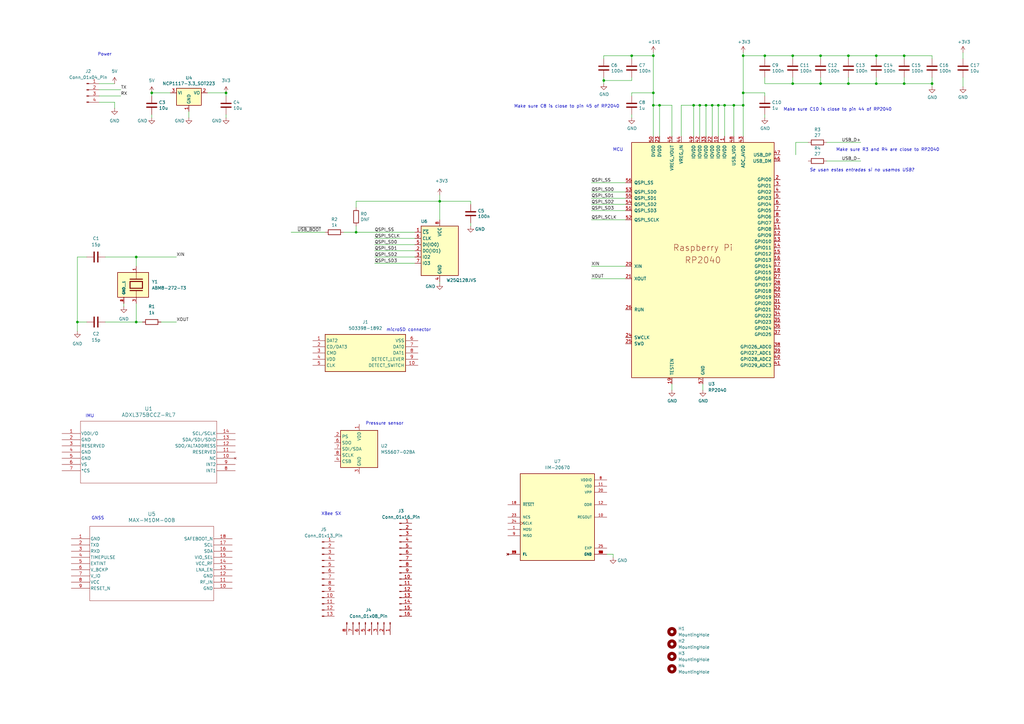
<source format=kicad_sch>
(kicad_sch (version 20250114) (generator "eeschema") (generator_version "9.0")
  (paper "A3")
  (lib_symbols
    (symbol "+3V3_1" (power) (pin_names (offset 0))
      (property "Value" "+3V3" (at 0 3.556 0))
      (symbol "+3V3_1_1_1"
        (pin power_in line (at 0 0 90) (length 0) (hide yes) (name "+3V3") (number "1"))
      )
    )
    (symbol "+3V3_2" (power) (pin_names (offset 0))
      (property "Value" "+3V3" (at 0 3.556 0))
      (symbol "+3V3_2_1_1"
        (pin power_in line (at 0 0 90) (length 0) (hide yes) (name "+3V3") (number "1"))
      )
    )
    (symbol "+3V3_8" (power) (pin_names (offset 0))
      (property "Value" "+3V3" (at 0 3.556 0))
      (symbol "+3V3_8_1_1"
        (pin power_in line (at 0 0 90) (length 0) (hide yes) (name "+3V3") (number "1"))
      )
    )
    (symbol "503398-1892:503398-1892"
      (property "Reference" "J" (at 39.37 7.62 0))
      (property "Value" "503398-1892" (at 39.37 5.08 0))
      (symbol "503398-1892_1_1"
        (pin passive line (at 0 0 0) (length 5.08) (name "DAT2") (number "1"))
        (pin passive line (at 0 -2.54 0) (length 5.08) (name "CD/DAT3") (number "2"))
        (pin passive line (at 0 -5.08 0) (length 5.08) (name "CMD") (number "3"))
        (pin passive line (at 0 -7.62 0) (length 5.08) (name "VDD") (number "4"))
        (pin passive line (at 0 -10.16 0) (length 5.08) (name "CLK") (number "5"))
        (pin passive line (at 43.18 0 180) (length 5.08) (name "VSS") (number "6"))
        (pin passive line (at 43.18 -2.54 180) (length 5.08) (name "DAT0") (number "7"))
        (pin passive line (at 43.18 -5.08 180) (length 5.08) (name "DAT1") (number "8"))
        (pin passive line (at 43.18 -7.62 180) (length 5.08) (name "DETECT_LEVER") (number "9"))
        (pin passive line (at 43.18 -10.16 180) (length 5.08) (name "DETECT_SWITCH") (number "10"))
      )
    )
    (symbol "ABM8-272-T3:ABM8-272-T3" (pin_names (offset 1.016))
      (property "Reference" "Y" (at -5.0878 6.3559 0))
      (property "Value" "ABM8-272-T3" (at -5.0944 -10.16 0))
      (symbol "ABM8-272-T3_0_0"
        (pin passive line (at -7.62 0 0) (length 2.54) (name "~") (number "1"))
        (pin passive line (at 7.62 0 180) (length 2.54) (name "~") (number "3"))
        (pin power_in line (at 7.62 -5.08 180) (length 2.54) (name "GND") (number "2"))
        (pin power_in line (at 7.62 -5.08 180) (length 2.54) (name "GND__1") (number "4"))
      )
    )
    (symbol "ADXL375BCCZ-RL7:ADXL375BCCZ-RL7" (pin_names (offset 0.254))
      (property "Reference" "U" (at 35.56 10.16 0))
      (property "Value" "ADXL375BCCZ-RL7" (at 35.56 7.62 0))
      (symbol "ADXL375BCCZ-RL7_0_1"
        (pin power_in line (at 0 0 0) (length 7.62) (name "VDDI/O") (number "1"))
        (pin power_out line (at 0 -2.54 0) (length 7.62) (name "GND") (number "2"))
        (pin unspecified line (at 0 -5.08 0) (length 7.62) (name "RESERVED") (number "3"))
        (pin power_out line (at 0 -7.62 0) (length 7.62) (name "GND") (number "4"))
        (pin power_out line (at 0 -10.16 0) (length 7.62) (name "GND") (number "5"))
        (pin unspecified line (at 0 -12.7 0) (length 7.62) (name "VS") (number "6"))
        (pin unspecified line (at 0 -15.24 0) (length 7.62) (name "*CS") (number "7"))
        (pin unspecified line (at 71.12 0 180) (length 7.62) (name "SCL/SCLK") (number "14"))
        (pin unspecified line (at 71.12 -2.54 180) (length 7.62) (name "SDA/SDI/SDIO") (number "13"))
        (pin unspecified line (at 71.12 -5.08 180) (length 7.62) (name "SDO/ALTADDRESS") (number "12"))
        (pin unspecified line (at 71.12 -7.62 180) (length 7.62) (name "RESERVED") (number "11"))
        (pin no_connect line (at 71.12 -10.16 180) (length 7.62) (name "NC") (number "10"))
        (pin bidirectional line (at 71.12 -12.7 180) (length 7.62) (name "INT2") (number "9"))
        (pin bidirectional line (at 71.12 -15.24 180) (length 7.62) (name "INT1") (number "8"))
      )
    )
    (symbol "Connector:Conn_01x04_Pin" (pin_names (offset 1.016) (hide yes))
      (property "Reference" "J" (at 0 5.08 0))
      (property "Value" "Conn_01x04_Pin" (at 0 -7.62 0))
      (symbol "Conn_01x04_Pin_1_1"
        (pin passive line (at 5.08 2.54 180) (length 3.81) (name "Pin_1") (number "1"))
        (pin passive line (at 5.08 0 180) (length 3.81) (name "Pin_2") (number "2"))
        (pin passive line (at 5.08 -2.54 180) (length 3.81) (name "Pin_3") (number "3"))
        (pin passive line (at 5.08 -5.08 180) (length 3.81) (name "Pin_4") (number "4"))
      )
    )
    (symbol "Connector:Conn_01x08_Pin" (pin_names (offset 1.016) (hide yes))
      (property "Reference" "J" (at 0 10.16 0))
      (property "Value" "Conn_01x08_Pin" (at 0 -12.7 0))
      (symbol "Conn_01x08_Pin_1_1"
        (pin passive line (at 5.08 7.62 180) (length 3.81) (name "Pin_1") (number "1"))
        (pin passive line (at 5.08 5.08 180) (length 3.81) (name "Pin_2") (number "2"))
        (pin passive line (at 5.08 2.54 180) (length 3.81) (name "Pin_3") (number "3"))
        (pin passive line (at 5.08 0 180) (length 3.81) (name "Pin_4") (number "4"))
        (pin passive line (at 5.08 -2.54 180) (length 3.81) (name "Pin_5") (number "5"))
        (pin passive line (at 5.08 -5.08 180) (length 3.81) (name "Pin_6") (number "6"))
        (pin passive line (at 5.08 -7.62 180) (length 3.81) (name "Pin_7") (number "7"))
        (pin passive line (at 5.08 -10.16 180) (length 3.81) (name "Pin_8") (number "8"))
      )
    )
    (symbol "Connector:Conn_01x13_Pin" (pin_names (offset 1.016) (hide yes))
      (property "Reference" "J" (at 0 17.78 0))
      (property "Value" "Conn_01x13_Pin" (at 0 -17.78 0))
      (symbol "Conn_01x13_Pin_1_1"
        (pin passive line (at 5.08 15.24 180) (length 3.81) (name "Pin_1") (number "1"))
        (pin passive line (at 5.08 12.7 180) (length 3.81) (name "Pin_2") (number "2"))
        (pin passive line (at 5.08 10.16 180) (length 3.81) (name "Pin_3") (number "3"))
        (pin passive line (at 5.08 7.62 180) (length 3.81) (name "Pin_4") (number "4"))
        (pin passive line (at 5.08 5.08 180) (length 3.81) (name "Pin_5") (number "5"))
        (pin passive line (at 5.08 2.54 180) (length 3.81) (name "Pin_6") (number "6"))
        (pin passive line (at 5.08 0 180) (length 3.81) (name "Pin_7") (number "7"))
        (pin passive line (at 5.08 -2.54 180) (length 3.81) (name "Pin_8") (number "8"))
        (pin passive line (at 5.08 -5.08 180) (length 3.81) (name "Pin_9") (number "9"))
        (pin passive line (at 5.08 -7.62 180) (length 3.81) (name "Pin_10") (number "10"))
        (pin passive line (at 5.08 -10.16 180) (length 3.81) (name "Pin_11") (number "11"))
        (pin passive line (at 5.08 -12.7 180) (length 3.81) (name "Pin_12") (number "12"))
        (pin passive line (at 5.08 -15.24 180) (length 3.81) (name "Pin_13") (number "13"))
      )
    )
    (symbol "Connector:Conn_01x16_Pin" (pin_names (offset 1.016) (hide yes))
      (property "Reference" "J" (at 0 20.32 0))
      (property "Value" "Conn_01x16_Pin" (at 0 -22.86 0))
      (symbol "Conn_01x16_Pin_1_1"
        (pin passive line (at 5.08 17.78 180) (length 3.81) (name "Pin_1") (number "1"))
        (pin passive line (at 5.08 15.24 180) (length 3.81) (name "Pin_2") (number "2"))
        (pin passive line (at 5.08 12.7 180) (length 3.81) (name "Pin_3") (number "3"))
        (pin passive line (at 5.08 10.16 180) (length 3.81) (name "Pin_4") (number "4"))
        (pin passive line (at 5.08 7.62 180) (length 3.81) (name "Pin_5") (number "5"))
        (pin passive line (at 5.08 5.08 180) (length 3.81) (name "Pin_6") (number "6"))
        (pin passive line (at 5.08 2.54 180) (length 3.81) (name "Pin_7") (number "7"))
        (pin passive line (at 5.08 0 180) (length 3.81) (name "Pin_8") (number "8"))
        (pin passive line (at 5.08 -2.54 180) (length 3.81) (name "Pin_9") (number "9"))
        (pin passive line (at 5.08 -5.08 180) (length 3.81) (name "Pin_10") (number "10"))
        (pin passive line (at 5.08 -7.62 180) (length 3.81) (name "Pin_11") (number "11"))
        (pin passive line (at 5.08 -10.16 180) (length 3.81) (name "Pin_12") (number "12"))
        (pin passive line (at 5.08 -12.7 180) (length 3.81) (name "Pin_13") (number "13"))
        (pin passive line (at 5.08 -15.24 180) (length 3.81) (name "Pin_14") (number "14"))
        (pin passive line (at 5.08 -17.78 180) (length 3.81) (name "Pin_15") (number "15"))
        (pin passive line (at 5.08 -20.32 180) (length 3.81) (name "Pin_16") (number "16"))
      )
    )
    (symbol "Device:C" (pin_numbers (hide yes)) (pin_names (offset 0.254))
      (property "Reference" "C" (at 0.635 2.54 0))
      (property "Value" "C" (at 0.635 -2.54 0))
      (symbol "C_1_1"
        (pin passive line (at 0 3.81 270) (length 2.794) (name "~") (number "1"))
        (pin passive line (at 0 -3.81 90) (length 2.794) (name "~") (number "2"))
      )
    )
    (symbol "Device:R" (pin_numbers (hide yes)) (pin_names (offset 0))
      (property "Reference" "R" (at 2.032 0 90))
      (property "Value" "R" (at 0 0 90))
      (symbol "R_1_1"
        (pin passive line (at 0 3.81 270) (length 1.27) (name "~") (number "1"))
        (pin passive line (at 0 -3.81 90) (length 1.27) (name "~") (number "2"))
      )
    )
    (symbol "GND_1" (power) (pin_names (offset 0))
      (property "Value" "GND" (at 0 -3.81 0))
      (symbol "GND_1_1_1"
        (pin power_in line (at 0 0 270) (length 0) (hide yes) (name "GND") (number "1"))
      )
    )
    (symbol "GND_10" (power) (pin_names (offset 0))
      (property "Value" "GND" (at 0 -3.81 0))
      (symbol "GND_10_1_1"
        (pin power_in line (at 0 0 270) (length 0) (hide yes) (name "GND") (number "1"))
      )
    )
    (symbol "GND_12" (power) (pin_names (offset 0))
      (property "Value" "GND" (at 0 -3.81 0))
      (symbol "GND_12_1_1"
        (pin power_in line (at 0 0 270) (length 0) (hide yes) (name "GND") (number "1"))
      )
    )
    (symbol "GND_13" (power) (pin_names (offset 0))
      (property "Value" "GND" (at 0 -3.81 0))
      (symbol "GND_13_1_1"
        (pin power_in line (at 0 0 270) (length 0) (hide yes) (name "GND") (number "1"))
      )
    )
    (symbol "GND_14" (power) (pin_names (offset 0))
      (property "Value" "GND" (at 0 -3.81 0))
      (symbol "GND_14_1_1"
        (pin power_in line (at 0 0 270) (length 0) (hide yes) (name "GND") (number "1"))
      )
    )
    (symbol "GND_19" (power) (pin_names (offset 0))
      (property "Value" "GND" (at 0 -3.81 0))
      (symbol "GND_19_1_1"
        (pin power_in line (at 0 0 270) (length 0) (hide yes) (name "GND") (number "1"))
      )
    )
    (symbol "GND_2" (power) (pin_names (offset 0))
      (property "Value" "GND" (at 0 -3.81 0))
      (symbol "GND_2_1_1"
        (pin power_in line (at 0 0 270) (length 0) (hide yes) (name "GND") (number "1"))
      )
    )
    (symbol "GND_3" (power) (pin_names (offset 0))
      (property "Value" "GND" (at 0 -3.81 0))
      (symbol "GND_3_1_1"
        (pin power_in line (at 0 0 270) (length 0) (hide yes) (name "GND") (number "1"))
      )
    )
    (symbol "GND_4" (power) (pin_names (offset 0))
      (property "Value" "GND" (at 0 -3.81 0))
      (symbol "GND_4_1_1"
        (pin power_in line (at 0 0 270) (length 0) (hide yes) (name "GND") (number "1"))
      )
    )
    (symbol "GND_7" (power) (pin_names (offset 0))
      (property "Value" "GND" (at 0 -3.81 0))
      (symbol "GND_7_1_1"
        (pin power_in line (at 0 0 270) (length 0) (hide yes) (name "GND") (number "1"))
      )
    )
    (symbol "GND_8" (power) (pin_names (offset 0))
      (property "Value" "GND" (at 0 -3.81 0))
      (symbol "GND_8_1_1"
        (pin power_in line (at 0 0 270) (length 0) (hide yes) (name "GND") (number "1"))
      )
    )
    (symbol "GND_9" (power) (pin_names (offset 0))
      (property "Value" "GND" (at 0 -3.81 0))
      (symbol "GND_9_1_1"
        (pin power_in line (at 0 0 270) (length 0) (hide yes) (name "GND") (number "1"))
      )
    )
    (symbol "IIM-20670:IIM-20670" (pin_names (offset 1.016))
      (property "Reference" "U" (at -15.24 18.542 0))
      (property "Value" "IIM-20670" (at -15.24 -20.32 0))
      (symbol "IIM-20670_0_0"
        (pin input line (at -20.32 5.08 0) (length 5.08) (name "~{RESET}") (number "18"))
        (pin input line (at -20.32 0 0) (length 5.08) (name "NCS") (number "23"))
        (pin input clock (at -20.32 -2.54 0) (length 5.08) (name "SCLK") (number "24"))
        (pin input line (at -20.32 -5.08 0) (length 5.08) (name "MOSI") (number "1"))
        (pin output line (at -20.32 -7.62 0) (length 5.08) (name "MISO") (number "9"))
        (pin no_connect line (at -20.32 -15.24 0) (length 5.08) (name "FL") (number "13"))
        (pin no_connect line (at -20.32 -15.24 0) (length 5.08) (name "FL") (number "19"))
        (pin no_connect line (at -20.32 -15.24 0) (length 5.08) (name "FL") (number "21"))
        (pin no_connect line (at -20.32 -15.24 0) (length 5.08) (name "FL") (number "6"))
        (pin power_in line (at 20.32 15.24 180) (length 5.08) (name "VDDIO") (number "8"))
        (pin power_in line (at 20.32 12.7 180) (length 5.08) (name "VDD") (number "11"))
        (pin power_in line (at 20.32 10.16 180) (length 5.08) (name "VPP") (number "20"))
        (pin output line (at 20.32 5.08 180) (length 5.08) (name "ODR") (number "12"))
        (pin passive line (at 20.32 0 180) (length 5.08) (name "REGOUT") (number "10"))
        (pin power_in line (at 20.32 -12.7 180) (length 5.08) (name "EXP") (number "25"))
        (pin power_in line (at 20.32 -15.24 180) (length 5.08) (name "GND") (number "14"))
        (pin power_in line (at 20.32 -15.24 180) (length 5.08) (name "GND") (number "15"))
        (pin power_in line (at 20.32 -15.24 180) (length 5.08) (name "GND") (number "16"))
        (pin power_in line (at 20.32 -15.24 180) (length 5.08) (name "GND") (number "17"))
        (pin power_in line (at 20.32 -15.24 180) (length 5.08) (name "GND") (number "2"))
        (pin power_in line (at 20.32 -15.24 180) (length 5.08) (name "GND") (number "22"))
        (pin power_in line (at 20.32 -15.24 180) (length 5.08) (name "GND") (number "3"))
        (pin power_in line (at 20.32 -15.24 180) (length 5.08) (name "GND") (number "4"))
        (pin power_in line (at 20.32 -15.24 180) (length 5.08) (name "GND") (number "5"))
        (pin power_in line (at 20.32 -15.24 180) (length 5.08) (name "GND") (number "7"))
      )
    )
    (symbol "Mechanical:MountingHole" (pin_names (offset 1.016)) (in_bom no)
      (property "Reference" "H" (at 0 5.08 0))
      (property "Value" "MountingHole" (at 0 3.175 0))
    )
    (symbol "Memory_Flash:W25Q128JVS"
      (property "Reference" "U" (at -8.89 8.89 0))
      (property "Value" "W25Q128JVS" (at 7.62 8.89 0))
      (symbol "W25Q128JVS_1_1"
        (pin input line (at -10.16 7.62 0) (length 2.54) (name "~{CS}") (number "1"))
        (pin input line (at -10.16 5.08 0) (length 2.54) (name "CLK") (number "6"))
        (pin bidirectional line (at -10.16 2.54 0) (length 2.54) (name "DI(IO0)") (number "5"))
        (pin bidirectional line (at -10.16 0 0) (length 2.54) (name "DO(IO1)") (number "2"))
        (pin bidirectional line (at -10.16 -2.54 0) (length 2.54) (name "IO2") (number "3"))
        (pin bidirectional line (at -10.16 -5.08 0) (length 2.54) (name "IO3") (number "7"))
        (pin power_in line (at 0 12.7 270) (length 2.54) (name "VCC") (number "8"))
        (pin power_in line (at 0 -12.7 90) (length 2.54) (name "GND") (number "4"))
      )
    )
    (symbol "RP2040_minimal_r2-cache:MCU_RaspberryPi_RP2040_RP2040" (pin_names (offset 1.016))
      (property "Reference" "U" (at -29.21 49.53 0))
      (property "Value" "MCU_RaspberryPi_RP2040_RP2040" (at 24.13 -49.53 0))
      (symbol "MCU_RaspberryPi_RP2040_RP2040_0_0"
        (text "Raspberry Pi" (at 0 5.08 0) (effects (font (size 2.54 2.54))))
        (text "RP2040" (at 0 0 0) (effects (font (size 2.54 2.54))))
      )
      (symbol "MCU_RaspberryPi_RP2040_RP2040_1_1"
        (pin bidirectional line (at -31.75 31.75 0) (length 2.54) (name "QSPI_SS") (number "56"))
        (pin bidirectional line (at -31.75 27.94 0) (length 2.54) (name "QSPI_SD0") (number "53"))
        (pin bidirectional line (at -31.75 25.4 0) (length 2.54) (name "QSPI_SD1") (number "55"))
        (pin bidirectional line (at -31.75 22.86 0) (length 2.54) (name "QSPI_SD2") (number "54"))
        (pin bidirectional line (at -31.75 20.32 0) (length 2.54) (name "QSPI_SD3") (number "51"))
        (pin output line (at -31.75 16.51 0) (length 2.54) (name "QSPI_SCLK") (number "52"))
        (pin input line (at -31.75 -2.54 0) (length 2.54) (name "XIN") (number "20"))
        (pin passive line (at -31.75 -7.62 0) (length 2.54) (name "XOUT") (number "21"))
        (pin input line (at -31.75 -20.32 0) (length 2.54) (name "RUN") (number "26"))
        (pin output line (at -31.75 -31.75 0) (length 2.54) (name "SWCLK") (number "24"))
        (pin bidirectional line (at -31.75 -34.29 0) (length 2.54) (name "SWD") (number "25"))
        (pin power_in line (at -20.32 50.8 270) (length 2.54) (name "DVDD") (number "50"))
        (pin power_in line (at -17.78 50.8 270) (length 2.54) (name "DVDD") (number "23"))
        (pin power_out line (at -12.7 50.8 270) (length 2.54) (name "VREG_VOUT") (number "45"))
        (pin passive line (at -12.7 -50.8 90) (length 2.54) (name "TESTEN") (number "19"))
        (pin power_in line (at -8.89 50.8 270) (length 2.54) (name "VREG_IN") (number "44"))
        (pin power_in line (at -3.81 50.8 270) (length 2.54) (name "IOVDD") (number "49"))
        (pin power_in line (at -1.27 50.8 270) (length 2.54) (name "IOVDD") (number "42"))
        (pin power_in line (at 0 -50.8 90) (length 2.54) (name "GND") (number "57"))
        (pin power_in line (at 1.27 50.8 270) (length 2.54) (name "IOVDD") (number "33"))
        (pin power_in line (at 3.81 50.8 270) (length 2.54) (name "IOVDD") (number "22"))
        (pin power_in line (at 6.35 50.8 270) (length 2.54) (name "IOVDD") (number "10"))
        (pin power_in line (at 8.89 50.8 270) (length 2.54) (name "IOVDD") (number "1"))
        (pin power_in line (at 12.7 50.8 270) (length 2.54) (name "USB_VDD") (number "48"))
        (pin power_in line (at 16.51 50.8 270) (length 2.54) (name "ADC_AVDD") (number "43"))
        (pin bidirectional line (at 31.75 43.18 180) (length 2.54) (name "USB_DP") (number "47"))
        (pin bidirectional line (at 31.75 40.64 180) (length 2.54) (name "USB_DM") (number "46"))
        (pin bidirectional line (at 31.75 33.02 180) (length 2.54) (name "GPIO0") (number "2"))
        (pin bidirectional line (at 31.75 30.48 180) (length 2.54) (name "GPIO1") (number "3"))
        (pin bidirectional line (at 31.75 27.94 180) (length 2.54) (name "GPIO2") (number "4"))
        (pin bidirectional line (at 31.75 25.4 180) (length 2.54) (name "GPIO3") (number "5"))
        (pin bidirectional line (at 31.75 22.86 180) (length 2.54) (name "GPIO4") (number "6"))
        (pin bidirectional line (at 31.75 20.32 180) (length 2.54) (name "GPIO5") (number "7"))
        (pin bidirectional line (at 31.75 17.78 180) (length 2.54) (name "GPIO6") (number "8"))
        (pin bidirectional line (at 31.75 15.24 180) (length 2.54) (name "GPIO7") (number "9"))
        (pin bidirectional line (at 31.75 12.7 180) (length 2.54) (name "GPIO8") (number "11"))
        (pin bidirectional line (at 31.75 10.16 180) (length 2.54) (name "GPIO9") (number "12"))
        (pin bidirectional line (at 31.75 7.62 180) (length 2.54) (name "GPIO10") (number "13"))
        (pin bidirectional line (at 31.75 5.08 180) (length 2.54) (name "GPIO11") (number "14"))
        (pin bidirectional line (at 31.75 2.54 180) (length 2.54) (name "GPIO12") (number "15"))
        (pin bidirectional line (at 31.75 0 180) (length 2.54) (name "GPIO13") (number "16"))
        (pin bidirectional line (at 31.75 -2.54 180) (length 2.54) (name "GPIO14") (number "17"))
        (pin bidirectional line (at 31.75 -5.08 180) (length 2.54) (name "GPIO15") (number "18"))
        (pin bidirectional line (at 31.75 -7.62 180) (length 2.54) (name "GPIO16") (number "27"))
        (pin bidirectional line (at 31.75 -10.16 180) (length 2.54) (name "GPIO17") (number "28"))
        (pin bidirectional line (at 31.75 -12.7 180) (length 2.54) (name "GPIO18") (number "29"))
        (pin bidirectional line (at 31.75 -15.24 180) (length 2.54) (name "GPIO19") (number "30"))
        (pin bidirectional line (at 31.75 -17.78 180) (length 2.54) (name "GPIO20") (number "31"))
        (pin bidirectional line (at 31.75 -20.32 180) (length 2.54) (name "GPIO21") (number "32"))
        (pin bidirectional line (at 31.75 -22.86 180) (length 2.54) (name "GPIO22") (number "34"))
        (pin bidirectional line (at 31.75 -25.4 180) (length 2.54) (name "GPIO23") (number "35"))
        (pin bidirectional line (at 31.75 -27.94 180) (length 2.54) (name "GPIO24") (number "36"))
        (pin bidirectional line (at 31.75 -30.48 180) (length 2.54) (name "GPIO25") (number "37"))
        (pin bidirectional line (at 31.75 -35.56 180) (length 2.54) (name "GPIO26_ADC0") (number "38"))
        (pin bidirectional line (at 31.75 -38.1 180) (length 2.54) (name "GPIO27_ADC1") (number "39"))
        (pin bidirectional line (at 31.75 -40.64 180) (length 2.54) (name "GPIO28_ADC2") (number "40"))
        (pin bidirectional line (at 31.75 -43.18 180) (length 2.54) (name "GPIO29_ADC3") (number "41"))
      )
    )
    (symbol "Regulator_Linear:NCP1117-3.3_SOT223"
      (property "Reference" "U" (at -3.81 3.175 0))
      (property "Value" "NCP1117-3.3_SOT223" (at 0 3.175 0))
      (symbol "NCP1117-3.3_SOT223_1_1"
        (pin power_in line (at -7.62 0 0) (length 2.54) (name "VI") (number "3"))
        (pin power_in line (at 0 -7.62 90) (length 2.54) (name "GND") (number "1"))
        (pin power_out line (at 7.62 0 180) (length 2.54) (name "VO") (number "2"))
      )
    )
    (symbol "Sensor_Pressure:MS5607-02BA"
      (property "Reference" "U" (at -6.35 8.89 0))
      (property "Value" "MS5607-02BA" (at 7.62 8.89 0))
      (symbol "MS5607-02BA_1_1"
        (pin input line (at -10.16 5.08 0) (length 2.54) (name "PS") (number "2"))
        (pin output line (at -10.16 2.54 0) (length 2.54) (name "SDO") (number "6"))
        (pin bidirectional line (at -10.16 0 0) (length 2.54) (name "SDI/SDA") (number "7"))
        (pin input line (at -10.16 -2.54 0) (length 2.54) (name "SCLK") (number "8"))
        (pin input line (at -10.16 -5.08 0) (length 2.54) (name "CSB") (number "4"))
        (pin input line (at -10.16 -5.08 0) (length 2.54) (hide yes) (name "CSB") (number "5"))
        (pin power_in line (at 0 10.16 270) (length 2.54) (name "VDD") (number "1"))
        (pin power_in line (at 0 -10.16 90) (length 2.54) (name "GND") (number "3"))
      )
    )
    (symbol "TCLib:C" (pin_numbers (hide yes)) (pin_names (offset 0.254))
      (property "Reference" "C" (at 0.635 2.54 0))
      (property "Value" "C" (at 0.635 -2.54 0))
      (symbol "C_1_1"
        (pin passive line (at 0 3.81 270) (length 2.794) (name "~") (number "1"))
        (pin passive line (at 0 -3.81 90) (length 2.794) (name "~") (number "2"))
      )
    )
    (symbol "TCLib:R" (pin_numbers (hide yes)) (pin_names (offset 0))
      (property "Reference" "R" (at 0 0 90))
      (property "Value" "R" (at 2.286 0 90))
      (symbol "R_1_1"
        (pin passive line (at 0 3.81 270) (length 1.27) (name "~") (number "1"))
        (pin passive line (at 0 -3.81 90) (length 1.27) (name "~") (number "2"))
      )
    )
    (symbol "power:+1V1" (power) (pin_names (offset 0))
      (property "Value" "+1V1" (at 0 3.556 0))
      (symbol "+1V1_1_1"
        (pin power_in line (at 0 0 90) (length 0) (hide yes) (name "+1V1") (number "1"))
      )
    )
    (symbol "power:GND" (power) (pin_numbers (hide yes)) (pin_names (offset 0) (hide yes))
      (property "Value" "GND" (at 0 -3.81 0))
      (symbol "GND_1_1"
        (pin power_in line (at 0 0 270) (length 0) (name "~") (number "1"))
      )
    )
    (symbol "power:VCC" (power) (pin_numbers (hide yes)) (pin_names (offset 0) (hide yes))
      (property "Value" "VCC" (at 0 3.556 0))
      (symbol "VCC_1_1"
        (pin power_in line (at 0 0 90) (length 0) (name "~") (number "1"))
      )
    )
    (symbol "u-blox_MAX-M10:MAX-M10M-00B" (pin_names (offset 0.254))
      (property "Reference" "U" (at 33.02 10.16 0))
      (property "Value" "MAX-M10M-00B" (at 33.02 7.62 0))
      (symbol "MAX-M10M-00B_0_1"
        (pin power_out line (at 0 0 0) (length 7.62) (name "GND") (number "1"))
        (pin output line (at 0 -2.54 0) (length 7.62) (name "TXD") (number "2"))
        (pin input line (at 0 -5.08 0) (length 7.62) (name "RXD") (number "3"))
        (pin output line (at 0 -7.62 0) (length 7.62) (name "TIMEPULSE") (number "4"))
        (pin input line (at 0 -10.16 0) (length 7.62) (name "EXTINT") (number "5"))
        (pin power_in line (at 0 -12.7 0) (length 7.62) (name "V_BCKP") (number "6"))
        (pin power_in line (at 0 -15.24 0) (length 7.62) (name "V_IO") (number "7"))
        (pin power_in line (at 0 -17.78 0) (length 7.62) (name "VCC") (number "8"))
        (pin input line (at 0 -20.32 0) (length 7.62) (name "RESET_N") (number "9"))
        (pin input line (at 66.04 0 180) (length 7.62) (name "SAFEBOOT_N") (number "18"))
        (pin input line (at 66.04 -2.54 180) (length 7.62) (name "SCL") (number "17"))
        (pin bidirectional line (at 66.04 -5.08 180) (length 7.62) (name "SDA") (number "16"))
        (pin input line (at 66.04 -7.62 180) (length 7.62) (name "VIO_SEL") (number "15"))
        (pin output line (at 66.04 -10.16 180) (length 7.62) (name "VCC_RF") (number "14"))
        (pin output line (at 66.04 -12.7 180) (length 7.62) (name "LNA_EN") (number "13"))
        (pin power_out line (at 66.04 -15.24 180) (length 7.62) (name "GND") (number "12"))
        (pin input line (at 66.04 -17.78 180) (length 7.62) (name "RF_IN") (number "11"))
        (pin power_out line (at 66.04 -20.32 180) (length 7.62) (name "GND") (number "10"))
      )
    )
  )
  (text "microSD connector\n" (at 167.64 135.382 0) (effects (font (size 1.27 1.27))))
  (text "Make sure C8 is close to pin 45 of RP2040" (at 210.82 44.45 0) (effects (font (size 1.27 1.27)) (justify left bottom)))
  (text "MCU" (at 253.492 61.468 0) (effects (font (size 1.27 1.27))))
  (text "IMU" (at 36.83 170.688 0) (effects (font (size 1.27 1.27))))
  (text "Make sure C10 is close to pin 44 of RP2040" (at 321.31 45.72 0) (effects (font (size 1.27 1.27)) (justify left bottom)))
  (text "XBee SX" (at 135.89 210.82 0) (effects (font (size 1.27 1.27))))
  (text "Make sure R3 and R4 are close to RP2040" (at 342.9 62.23 0) (effects (font (size 1.27 1.27)) (justify left bottom)))
  (text "Pressure sensor" (at 157.734 173.736 0) (effects (font (size 1.27 1.27))))
  (text "GNSS" (at 40.132 212.598 0) (effects (font (size 1.27 1.27))))
  (text "Power" (at 42.926 22.352 0) (effects (font (size 1.27 1.27))))
  (text "Se usan estas entradas si no usamos USB?" (at 353.568 69.85 0) (effects (font (size 1.27 1.27) (italic yes))))
  (junction (at 55.88 105.41))
  (junction (at 146.05 95.25))
  (junction (at 304.8 43.18))
  (junction (at 336.55 22.86))
  (junction (at 370.84 34.29))
  (junction (at 297.18 43.18))
  (junction (at 55.88 132.08))
  (junction (at 92.71 38.1))
  (junction (at 259.08 22.86))
  (junction (at 292.1 43.18))
  (junction (at 287.02 43.18))
  (junction (at 359.41 22.86))
  (junction (at 382.27 34.29))
  (junction (at 289.56 43.18))
  (junction (at 347.98 34.29))
  (junction (at 313.69 22.86))
  (junction (at 31.75 132.08))
  (junction (at 325.12 22.86))
  (junction (at 267.97 38.1))
  (junction (at 247.65 33.02))
  (junction (at 359.41 34.29))
  (junction (at 325.12 34.29))
  (junction (at 304.8 22.86))
  (junction (at 267.97 43.18))
  (junction (at 336.55 34.29))
  (junction (at 180.34 82.55))
  (junction (at 284.48 43.18))
  (junction (at 300.99 43.18))
  (junction (at 347.98 22.86))
  (junction (at 267.97 22.86))
  (junction (at 270.51 43.18))
  (junction (at 294.64 43.18))
  (junction (at 62.23 38.1))
  (junction (at 370.84 22.86))
  (junction (at 304.8 38.1))
  (wire (pts (xy 359.41 24.13) (xy 359.41 22.86)))
  (wire (pts (xy 43.18 105.41) (xy 55.88 105.41)))
  (wire (pts (xy 256.54 74.93) (xy 242.57 74.93)))
  (wire (pts (xy 325.12 22.86) (xy 336.55 22.86)))
  (wire (pts (xy 170.18 100.33) (xy 153.67 100.33)))
  (wire (pts (xy 247.65 22.86) (xy 259.08 22.86)))
  (wire (pts (xy 259.08 22.86) (xy 267.97 22.86)))
  (wire (pts (xy 270.51 43.18) (xy 267.97 43.18)))
  (wire (pts (xy 275.59 157.48) (xy 275.59 160.02)))
  (wire (pts (xy 297.18 43.18) (xy 297.18 55.88)))
  (wire (pts (xy 336.55 22.86) (xy 347.98 22.86)))
  (wire (pts (xy 180.34 80.01) (xy 180.34 82.55)))
  (wire (pts (xy 259.08 33.02) (xy 259.08 31.75)))
  (wire (pts (xy 313.69 22.86) (xy 325.12 22.86)))
  (wire (pts (xy 267.97 22.86) (xy 267.97 38.1)))
  (wire (pts (xy 193.04 83.82) (xy 193.04 82.55)))
  (wire (pts (xy 31.75 105.41) (xy 31.75 132.08)))
  (wire (pts (xy 336.55 31.75) (xy 336.55 34.29)))
  (wire (pts (xy 347.98 34.29) (xy 336.55 34.29)))
  (wire (pts (xy 347.98 31.75) (xy 347.98 34.29)))
  (wire (pts (xy 284.48 43.18) (xy 287.02 43.18)))
  (wire (pts (xy 336.55 34.29) (xy 325.12 34.29)))
  (wire (pts (xy 359.41 22.86) (xy 370.84 22.86)))
  (wire (pts (xy 300.99 43.18) (xy 304.8 43.18)))
  (wire (pts (xy 146.05 92.71) (xy 146.05 95.25)))
  (wire (pts (xy 294.64 55.88) (xy 294.64 43.18)))
  (wire (pts (xy 55.88 105.41) (xy 72.39 105.41)))
  (wire (pts (xy 279.4 55.88) (xy 279.4 43.18)))
  (wire (pts (xy 77.47 45.72) (xy 77.47 48.26)))
  (wire (pts (xy 326.39 58.42) (xy 331.47 58.42)))
  (wire (pts (xy 267.97 43.18) (xy 267.97 55.88)))
  (wire (pts (xy 287.02 55.88) (xy 287.02 43.18)))
  (wire (pts (xy 259.08 38.1) (xy 267.97 38.1)))
  (wire (pts (xy 62.23 38.1) (xy 62.23 39.37)))
  (wire (pts (xy 325.12 31.75) (xy 325.12 34.29)))
  (wire (pts (xy 289.56 55.88) (xy 289.56 43.18)))
  (wire (pts (xy 247.65 31.75) (xy 247.65 33.02)))
  (wire (pts (xy 313.69 31.75) (xy 313.69 34.29)))
  (wire (pts (xy 170.18 105.41) (xy 153.67 105.41)))
  (wire (pts (xy 242.57 86.36) (xy 256.54 86.36)))
  (wire (pts (xy 267.97 38.1) (xy 267.97 43.18)))
  (wire (pts (xy 31.75 132.08) (xy 35.56 132.08)))
  (wire (pts (xy 259.08 24.13) (xy 259.08 22.86)))
  (wire (pts (xy 193.04 91.44) (xy 193.04 92.71)))
  (wire (pts (xy 180.34 82.55) (xy 180.34 90.17)))
  (wire (pts (xy 370.84 22.86) (xy 382.27 22.86)))
  (wire (pts (xy 92.71 46.99) (xy 92.71 48.26)))
  (wire (pts (xy 347.98 24.13) (xy 347.98 22.86)))
  (wire (pts (xy 242.57 109.22) (xy 256.54 109.22)))
  (wire (pts (xy 359.41 34.29) (xy 347.98 34.29)))
  (wire (pts (xy 62.23 38.1) (xy 69.85 38.1)))
  (wire (pts (xy 248.92 227.33) (xy 251.46 227.33)))
  (wire (pts (xy 55.88 132.08) (xy 58.42 132.08)))
  (wire (pts (xy 382.27 31.75) (xy 382.27 34.29)))
  (wire (pts (xy 140.97 95.25) (xy 146.05 95.25)))
  (wire (pts (xy 256.54 114.3) (xy 242.57 114.3)))
  (wire (pts (xy 382.27 24.13) (xy 382.27 22.86)))
  (wire (pts (xy 119.38 95.25) (xy 133.35 95.25)))
  (wire (pts (xy 304.8 21.59) (xy 304.8 22.86)))
  (wire (pts (xy 247.65 24.13) (xy 247.65 22.86)))
  (wire (pts (xy 43.18 132.08) (xy 55.88 132.08)))
  (wire (pts (xy 40.64 36.83) (xy 49.53 36.83)))
  (wire (pts (xy 394.97 21.59) (xy 394.97 24.13)))
  (wire (pts (xy 359.41 31.75) (xy 359.41 34.29)))
  (wire (pts (xy 153.67 97.79) (xy 170.18 97.79)))
  (wire (pts (xy 92.71 38.1) (xy 92.71 39.37)))
  (wire (pts (xy 288.29 157.48) (xy 288.29 160.02)))
  (wire (pts (xy 251.46 228.6) (xy 251.46 227.33)))
  (wire (pts (xy 313.69 46.99) (xy 313.69 48.26)))
  (wire (pts (xy 325.12 34.29) (xy 313.69 34.29)))
  (wire (pts (xy 294.64 43.18) (xy 297.18 43.18)))
  (wire (pts (xy 267.97 21.59) (xy 267.97 22.86)))
  (wire (pts (xy 275.59 55.88) (xy 275.59 43.18)))
  (wire (pts (xy 382.27 34.29) (xy 382.27 35.56)))
  (wire (pts (xy 313.69 39.37) (xy 313.69 38.1)))
  (wire (pts (xy 35.56 105.41) (xy 31.75 105.41)))
  (wire (pts (xy 40.64 34.29) (xy 46.99 34.29)))
  (wire (pts (xy 279.4 43.18) (xy 284.48 43.18)))
  (wire (pts (xy 50.8 124.46) (xy 50.8 125.73)))
  (wire (pts (xy 259.08 39.37) (xy 259.08 38.1)))
  (wire (pts (xy 300.99 55.88) (xy 300.99 43.18)))
  (wire (pts (xy 297.18 43.18) (xy 300.99 43.18)))
  (wire (pts (xy 370.84 34.29) (xy 382.27 34.29)))
  (wire (pts (xy 304.8 43.18) (xy 304.8 55.88)))
  (wire (pts (xy 275.59 43.18) (xy 270.51 43.18)))
  (wire (pts (xy 292.1 55.88) (xy 292.1 43.18)))
  (wire (pts (xy 339.09 66.04) (xy 353.06 66.04)))
  (wire (pts (xy 370.84 34.29) (xy 359.41 34.29)))
  (wire (pts (xy 170.18 107.95) (xy 153.67 107.95)))
  (wire (pts (xy 304.8 38.1) (xy 304.8 43.18)))
  (wire (pts (xy 326.39 58.42) (xy 326.39 63.5)))
  (wire (pts (xy 287.02 43.18) (xy 289.56 43.18)))
  (wire (pts (xy 31.75 132.08) (xy 31.75 135.89)))
  (wire (pts (xy 259.08 46.99) (xy 259.08 48.26)))
  (wire (pts (xy 46.99 41.91) (xy 46.99 44.45)))
  (wire (pts (xy 242.57 83.82) (xy 256.54 83.82)))
  (wire (pts (xy 304.8 22.86) (xy 313.69 22.86)))
  (wire (pts (xy 370.84 24.13) (xy 370.84 22.86)))
  (wire (pts (xy 336.55 24.13) (xy 336.55 22.86)))
  (wire (pts (xy 289.56 43.18) (xy 292.1 43.18)))
  (wire (pts (xy 180.34 116.205) (xy 180.34 115.57)))
  (wire (pts (xy 62.23 46.99) (xy 62.23 48.26)))
  (wire (pts (xy 292.1 43.18) (xy 294.64 43.18)))
  (wire (pts (xy 347.98 22.86) (xy 359.41 22.86)))
  (wire (pts (xy 66.04 132.08) (xy 72.39 132.08)))
  (wire (pts (xy 284.48 55.88) (xy 284.48 43.18)))
  (wire (pts (xy 55.88 124.46) (xy 55.88 132.08)))
  (wire (pts (xy 313.69 24.13) (xy 313.69 22.86)))
  (wire (pts (xy 304.8 22.86) (xy 304.8 38.1)))
  (wire (pts (xy 325.12 24.13) (xy 325.12 22.86)))
  (wire (pts (xy 242.57 78.74) (xy 256.54 78.74)))
  (wire (pts (xy 85.09 38.1) (xy 92.71 38.1)))
  (wire (pts (xy 339.09 58.42) (xy 353.06 58.42)))
  (wire (pts (xy 40.64 41.91) (xy 46.99 41.91)))
  (wire (pts (xy 394.97 31.75) (xy 394.97 35.56)))
  (wire (pts (xy 270.51 55.88) (xy 270.51 43.18)))
  (wire (pts (xy 146.05 95.25) (xy 170.18 95.25)))
  (wire (pts (xy 304.8 38.1) (xy 313.69 38.1)))
  (wire (pts (xy 170.18 102.87) (xy 153.67 102.87)))
  (wire (pts (xy 146.05 85.09) (xy 146.05 82.55)))
  (wire (pts (xy 370.84 31.75) (xy 370.84 34.29)))
  (wire (pts (xy 256.54 90.17) (xy 242.57 90.17)))
  (wire (pts (xy 40.64 39.37) (xy 49.53 39.37)))
  (wire (pts (xy 180.34 82.55) (xy 193.04 82.55)))
  (wire (pts (xy 146.05 82.55) (xy 180.34 82.55)))
  (wire (pts (xy 242.57 81.28) (xy 256.54 81.28)))
  (wire (pts (xy 55.88 105.41) (xy 55.88 109.22)))
  (wire (pts (xy 247.65 33.02) (xy 247.65 34.29)))
  (wire (pts (xy 247.65 33.02) (xy 259.08 33.02)))
  (label "TX" (at 49.53 36.83 0))
  (label "QSPI_SCLK" (at 242.57 90.17 0))
  (label "XIN" (at 242.57 109.22 0))
  (label "QSPI_SD3" (at 242.57 86.36 0))
  (label "QSPI_SD1" (at 242.57 81.28 0))
  (label "RX" (at 49.53 39.37 0))
  (label "XOUT" (at 72.39 132.08 0))
  (label "XOUT" (at 242.57 114.3 0))
  (label "QSPI_SD3" (at 153.67 107.95 0))
  (label "QSPI_SD0" (at 242.57 78.74 0))
  (label "~{USB_BOOT}" (at 121.92 95.25 0))
  (label "QSPI_SD2" (at 242.57 83.82 0))
  (label "USB_D-" (at 353.06 66.04 180))
  (label "USB_D+" (at 353.06 58.42 180))
  (label "QSPI_SD1" (at 153.67 102.87 0))
  (label "QSPI_SS" (at 242.57 74.93 0))
  (label "XIN" (at 72.39 105.41 0))
  (label "QSPI_SS" (at 153.67 95.25 0))
  (label "QSPI_SD2" (at 153.67 105.41 0))
  (label "QSPI_SCLK" (at 153.67 97.79 0))
  (label "QSPI_SD0" (at 153.67 100.33 0))
  (symbol (lib_name "GND_4") (lib_id "power:GND") (at 180.34 116.205 0) (unit 1)
    (property "Reference" "#PWR08" (effects (hide yes)))
    (property "Value" "GND" (at 176.53 117.475 0))
  )
  (symbol (lib_id "Device:R") (at 146.05 88.9 0) (unit 1)
    (property "Reference" "R0" (at 147.828 87.7316 0) (effects (justify left)))
    (property "Value" "DNF" (at 147.828 90.043 0) (effects (justify left)))
    (property "Footprint" "Resistor_SMD:R_0805_2012Metric" (effects (hide yes)))
  )
  (symbol (lib_id "Device:C") (at 193.04 87.63 0) (unit 1)
    (property "Reference" "C5" (at 195.961 86.4616 0) (effects (justify left)))
    (property "Value" "100n" (at 195.961 88.773 0) (effects (justify left)))
    (property "Footprint" "Capacitor_SMD:C_0805_2012Metric" (effects (hide yes)))
  )
  (symbol (lib_name "GND_3") (lib_id "power:GND") (at 193.04 92.71 0) (unit 1)
    (property "Reference" "#PWR011" (effects (hide yes)))
    (property "Value" "GND" (at 196.85 93.98 0))
  )
  (symbol (lib_name "GND_2") (lib_id "power:GND") (at 288.29 160.02 0) (unit 1)
    (property "Reference" "#PWR016" (effects (hide yes)))
    (property "Value" "GND" (at 288.417 164.4142 0))
  )
  (symbol (lib_name "GND_1") (lib_id "power:GND") (at 275.59 160.02 0) (unit 1)
    (property "Reference" "#PWR015" (effects (hide yes)))
    (property "Value" "GND" (at 275.717 164.4142 0))
  )
  (symbol (lib_id "Device:R") (at 335.28 58.42 270) (unit 1)
    (property "Reference" "R3" (at 335.28 53.1622 90))
    (property "Value" "27" (at 335.28 55.4736 90))
    (property "Footprint" "Resistor_SMD:R_0805_2012Metric" (effects (hide yes)))
  )
  (symbol (lib_id "Device:R") (at 335.28 66.04 270) (unit 1)
    (property "Reference" "R4" (at 335.28 60.7822 90))
    (property "Value" "27" (at 335.28 63.0936 90))
    (property "Footprint" "Resistor_SMD:R_0805_2012Metric" (effects (hide yes)))
  )
  (symbol (lib_name "+3V3_1") (lib_id "power:+3V3") (at 304.8 21.59 0) (unit 1)
    (property "Reference" "#PWR017" (effects (hide yes)))
    (property "Value" "+3V3" (at 305.181 17.1958 0))
  )
  (symbol (lib_id "power:+1V1") (at 267.97 21.59 0) (unit 1)
    (property "Reference" "#PWR014" (effects (hide yes)))
    (property "Value" "+1V1" (at 268.351 17.1958 0))
  )
  (symbol (lib_id "Device:C") (at 313.69 27.94 0) (unit 1)
    (property "Reference" "C9" (at 316.611 26.7716 0) (effects (justify left)))
    (property "Value" "100n" (at 316.611 29.083 0) (effects (justify left)))
    (property "Footprint" "Capacitor_SMD:C_0805_2012Metric" (effects (hide yes)))
  )
  (symbol (lib_id "Device:C") (at 325.12 27.94 0) (unit 1)
    (property "Reference" "C11" (at 328.041 26.7716 0) (effects (justify left)))
    (property "Value" "100n" (at 328.041 29.083 0) (effects (justify left)))
    (property "Footprint" "Capacitor_SMD:C_0805_2012Metric" (effects (hide yes)))
  )
  (symbol (lib_id "Device:C") (at 336.55 27.94 0) (unit 1)
    (property "Reference" "C12" (at 339.471 26.7716 0) (effects (justify left)))
    (property "Value" "100n" (at 339.471 29.083 0) (effects (justify left)))
    (property "Footprint" "Capacitor_SMD:C_0805_2012Metric" (effects (hide yes)))
  )
  (symbol (lib_id "Device:C") (at 347.98 27.94 0) (unit 1)
    (property "Reference" "C13" (at 350.901 26.7716 0) (effects (justify left)))
    (property "Value" "100n" (at 350.901 29.083 0) (effects (justify left)))
    (property "Footprint" "Capacitor_SMD:C_0805_2012Metric" (effects (hide yes)))
  )
  (symbol (lib_id "Device:C") (at 359.41 27.94 0) (unit 1)
    (property "Reference" "C14" (at 362.331 26.7716 0) (effects (justify left)))
    (property "Value" "100n" (at 362.331 29.083 0) (effects (justify left)))
    (property "Footprint" "Capacitor_SMD:C_0805_2012Metric" (effects (hide yes)))
  )
  (symbol (lib_id "Device:C") (at 370.84 27.94 0) (unit 1)
    (property "Reference" "C15" (at 373.761 26.7716 0) (effects (justify left)))
    (property "Value" "100n" (at 373.761 29.083 0) (effects (justify left)))
    (property "Footprint" "Capacitor_SMD:C_0805_2012Metric" (effects (hide yes)))
  )
  (symbol (lib_id "Device:C") (at 382.27 27.94 0) (unit 1)
    (property "Reference" "C16" (at 385.191 26.7716 0) (effects (justify left)))
    (property "Value" "100n" (at 385.191 29.083 0) (effects (justify left)))
    (property "Footprint" "Capacitor_SMD:C_0805_2012Metric" (effects (hide yes)))
  )
  (symbol (lib_id "Device:C") (at 247.65 27.94 0) (unit 1)
    (property "Reference" "C6" (at 250.571 26.7716 0) (effects (justify left)))
    (property "Value" "100n" (at 250.571 29.083 0) (effects (justify left)))
    (property "Footprint" "Capacitor_SMD:C_0805_2012Metric" (effects (hide yes)))
  )
  (symbol (lib_id "Device:C") (at 259.08 27.94 0) (unit 1)
    (property "Reference" "C7" (at 262.001 26.7716 0) (effects (justify left)))
    (property "Value" "100n" (at 262.001 29.083 0) (effects (justify left)))
    (property "Footprint" "Capacitor_SMD:C_0805_2012Metric" (effects (hide yes)))
  )
  (symbol (lib_id "Device:C") (at 259.08 43.18 0) (unit 1)
    (property "Reference" "C8" (at 262.001 42.0116 0) (effects (justify left)))
    (property "Value" "1u" (at 262.001 44.323 0) (effects (justify left)))
    (property "Footprint" "Capacitor_SMD:C_0805_2012Metric" (effects (hide yes)))
  )
  (symbol (lib_id "Device:C") (at 313.69 43.18 0) (unit 1)
    (property "Reference" "C10" (at 316.611 42.0116 0) (effects (justify left)))
    (property "Value" "1u" (at 316.611 44.323 0) (effects (justify left)))
    (property "Footprint" "Capacitor_SMD:C_0805_2012Metric" (effects (hide yes)))
  )
  (symbol (lib_name "GND_13") (lib_id "power:GND") (at 382.27 35.56 0) (unit 1)
    (property "Reference" "#PWR023" (effects (hide yes)))
    (property "Value" "GND" (at 382.397 39.9542 0))
  )
  (symbol (lib_name "GND_12") (lib_id "power:GND") (at 247.65 34.29 0) (unit 1)
    (property "Reference" "#PWR012" (effects (hide yes)))
    (property "Value" "GND" (at 247.777 38.6842 0))
  )
  (symbol (lib_name "GND_10") (lib_id "power:GND") (at 259.08 48.26 0) (unit 1)
    (property "Reference" "#PWR013" (effects (hide yes)))
    (property "Value" "GND" (at 259.207 52.6542 0))
  )
  (symbol (lib_name "GND_9") (lib_id "power:GND") (at 313.69 48.26 0) (unit 1)
    (property "Reference" "#PWR018" (effects (hide yes)))
    (property "Value" "GND" (at 313.817 52.6542 0))
  )
  (symbol (lib_name "GND_14") (lib_id "power:GND") (at 77.47 48.26 0) (unit 1)
    (property "Reference" "#PWR05" (effects (hide yes)))
    (property "Value" "GND" (at 73.66 49.53 0))
  )
  (symbol (lib_id "Device:C") (at 92.71 43.18 0) (unit 1)
    (property "Reference" "C4" (at 95.631 42.0116 0) (effects (justify left)))
    (property "Value" "10u" (at 95.631 44.323 0) (effects (justify left)))
    (property "Footprint" "Capacitor_SMD:C_0805_2012Metric" (effects (hide yes)))
  )
  (symbol (lib_name "GND_7") (lib_id "power:GND") (at 92.71 48.26 0) (unit 1)
    (property "Reference" "#PWR010" (effects (hide yes)))
    (property "Value" "GND" (at 88.9 49.53 0))
  )
  (symbol (lib_name "+3V3_8") (lib_id "power:+3V3") (at 394.97 21.59 0) (unit 1)
    (property "Reference" "#PWR024" (effects (hide yes)))
    (property "Value" "+3V3" (at 395.351 17.1958 0))
  )
  (symbol (lib_id "Device:C") (at 394.97 27.94 0) (unit 1)
    (property "Reference" "C17" (at 397.891 26.7716 0) (effects (justify left)))
    (property "Value" "10u" (at 397.891 29.083 0) (effects (justify left)))
    (property "Footprint" "Capacitor_SMD:C_0805_2012Metric" (effects (hide yes)))
  )
  (symbol (lib_name "GND_19") (lib_id "power:GND") (at 394.97 35.56 0) (unit 1)
    (property "Reference" "#PWR025" (effects (hide yes)))
    (property "Value" "GND" (at 394.97 39.878 0))
  )
  (symbol (lib_id "Mechanical:MountingHole") (at 275.59 269.24 0) (unit 1) (in_bom no)
    (property "Reference" "H3" (at 278.13 267.9699 0) (effects (justify left)))
    (property "Value" "MountingHole" (at 278.13 270.5099 0) (effects (justify left)))
    (property "Footprint" "MountingHole:MountingHole_2.5mm" (effects (hide yes)))
    (property "Description" "Mounting Hole without connection" (effects (hide yes)))
  )
  (symbol (lib_id "Sensor_Pressure:MS5607-02BA") (at 147.32 184.15 0) (unit 1)
    (property "Reference" "U2" (at 156.21 182.8799 0) (effects (justify left)))
    (property "Value" "MS5607-02BA" (at 156.21 185.4199 0) (effects (justify left)))
    (property "Footprint" "Package_LGA:LGA-8_3x5mm_P1.25mm" (effects (hide yes)))
    (property "Datasheet" "https://www.te.com/commerce/DocumentDelivery/DDEController?Action=showdoc&DocId=Data+Sheet%7FMS5607-02BA03%7FB2%7Fpdf%7FEnglish%7FENG_DS_MS5607-02BA03_B2.pdf%7FCAT-BLPS0035" (effects (hide yes)))
    (property "Description" "Barometric pressure sensor, 20cm resolution, 10 to 1200 mbar, I2C and SPI interface up to 20MHz, LGA-8" (effects (hide yes)))
  )
  (symbol (lib_id "power:GND") (at 46.99 44.45 0) (unit 1)
    (property "Reference" "#PWR06" (effects (hide yes)))
    (property "Value" "GND" (at 46.99 49.53 0))
    (property "Description" "Power symbol creates a global label with name \"GND\" , ground" (effects (hide yes)))
  )
  (symbol (lib_id "503398-1892:503398-1892") (at 128.27 139.7 0) (unit 1)
    (property "Reference" "J1" (at 149.86 132.08 0))
    (property "Value" "503398-1892" (at 149.86 134.62 0))
    (property "Footprint" "SRAD_fligh_comp2026:503398-1892-1" (effects (hide yes)))
    (property "Datasheet" "http://www.molex.com/webdocs/datasheets/pdf/en-us//5033981892_MEMORY_CARD_SOCKET.pdf" (effects (hide yes)))
    (property "Description" "MicroSD SMT Push-Push 1.28mm height MicroSD SMT Push-Push 1.28mm height" (effects (hide yes)))
    (property "Mouser Part Number" "538-503398-1892" (effects (hide yes)))
    (property "Mouser Price/Stock" "https://www.mouser.co.uk/ProductDetail/Molex/503398-1892?qs=b0v8CoHHvSMxV%252BW12iKaSg%3D%3D" (effects (hide yes)))
    (property "Manufacturer_Name" "Molex" (effects (hide yes)))
    (property "Manufacturer_Part_Number" "503398-1892" (effects (hide yes)))
  )
  (symbol (lib_id "RP2040_minimal_r2-cache:MCU_RaspberryPi_RP2040_RP2040") (at 288.29 106.68 0) (unit 1)
    (property "Reference" "U3" (at 290.4333 157.48 0) (effects (justify left)))
    (property "Value" "RP2040" (at 290.4333 160.02 0) (effects (justify left)))
    (property "Footprint" "SRAD_fligh_comp2026:RP2040-QFN-56" (effects (hide yes)))
  )
  (symbol (lib_id "Connector:Conn_01x13_Pin") (at 132.08 237.49 0) (unit 1)
    (property "Reference" "J5" (at 132.715 217.17 0))
    (property "Value" "Conn_01x13_Pin" (at 132.715 219.71 0))
    (property "Footprint" "Connector_PinHeader_2.00mm:PinHeader_1x13_P2.00mm_Vertical" (effects (hide yes)))
    (property "Description" "Generic connector, single row, 01x13, script generated" (effects (hide yes)))
  )
  (symbol (lib_id "Regulator_Linear:NCP1117-3.3_SOT223") (at 77.47 38.1 0) (unit 1)
    (property "Reference" "U4" (at 77.47 31.9532 0))
    (property "Value" "NCP1117-3.3_SOT223" (at 77.47 34.2646 0))
    (property "Footprint" "Package_TO_SOT_SMD:SOT-223-3_TabPin2" (effects (hide yes)))
    (property "Datasheet" "http://www.onsemi.com/pub_link/Collateral/NCP1117-D.PDF" (effects (hide yes)))
  )
  (symbol (lib_name "GND_8") (lib_id "power:GND") (at 62.23 48.26 0) (unit 1)
    (property "Reference" "#PWR07" (effects (hide yes)))
    (property "Value" "GND" (at 58.42 49.53 0))
  )
  (symbol (lib_id "u-blox_MAX-M10:MAX-M10M-00B") (at 29.21 220.98 0) (unit 1)
    (property "Reference" "U5" (at 62.23 210.82 0) (effects (font (size 1.524 1.524))))
    (property "Value" "MAX-M10M-00B" (at 62.23 213.36 0) (effects (font (size 1.524 1.524))))
    (property "Footprint" "MOD18_MAX-M10M_UBL" (effects (hide yes)))
    (property "Datasheet" "MAX-M10M-00B" (effects (hide yes)))
  )
  (symbol (lib_id "Connector:Conn_01x04_Pin") (at 35.56 36.83 0) (unit 1)
    (property "Reference" "J2" (at 36.195 29.21 0))
    (property "Value" "Conn_01x04_Pin" (at 36.195 31.75 0))
    (property "Footprint" "Connector_JST:JST_EH_S4B-EH_1x04_P2.50mm_Horizontal" (effects (hide yes)))
    (property "Description" "Generic connector, single row, 01x04, script generated" (effects (hide yes)))
  )
  (symbol (lib_name "GND_3") (lib_id "power:GND") (at 251.46 228.6 0) (unit 1)
    (property "Reference" "#PWR019" (effects (hide yes)))
    (property "Value" "GND" (at 255.27 229.87 0))
  )
  (symbol (lib_id "Connector:Conn_01x08_Pin") (at 152.4 255.27 270) (unit 1)
    (property "Reference" "J4" (at 151.13 250.19 90))
    (property "Value" "Conn_01x08_Pin" (at 151.13 252.73 90))
    (property "Footprint" "Connector_PinHeader_2.00mm:PinHeader_1x08_P2.00mm_Vertical" (effects (hide yes)))
    (property "Description" "Generic connector, single row, 01x08, script generated" (effects (hide yes)))
  )
  (symbol (lib_name "+3V3_2") (lib_id "power:+3V3") (at 180.34 80.01 0) (unit 1)
    (property "Reference" "#PWR09" (effects (hide yes)))
    (property "Value" "+3V3" (at 181.102 74.168 0))
  )
  (symbol (lib_id "power:VCC") (at 46.99 34.29 0) (unit 1)
    (property "Reference" "#PWR04" (effects (hide yes)))
    (property "Value" "5V" (at 46.99 29.21 0))
    (property "Description" "Power symbol creates a global label with name \"VCC\"" (effects (hide yes)))
  )
  (symbol (lib_id "Device:R") (at 137.16 95.25 270) (unit 1)
    (property "Reference" "R2" (at 137.16 89.9922 90))
    (property "Value" "1k" (at 137.16 92.3036 90))
    (property "Footprint" "Resistor_SMD:R_0805_2012Metric" (effects (hide yes)))
  )
  (symbol (lib_id "Mechanical:MountingHole") (at 275.59 274.32 0) (unit 1) (in_bom no)
    (property "Reference" "H4" (at 278.13 273.0499 0) (effects (justify left)))
    (property "Value" "MountingHole" (at 278.13 275.5899 0) (effects (justify left)))
    (property "Footprint" "MountingHole:MountingHole_2.5mm" (effects (hide yes)))
    (property "Description" "Mounting Hole without connection" (effects (hide yes)))
  )
  (symbol (lib_id "power:VCC") (at 62.23 38.1 0) (unit 1)
    (property "Reference" "#PWR02" (effects (hide yes)))
    (property "Value" "5V" (at 62.23 33.02 0))
    (property "Description" "Power symbol creates a global label with name \"VCC\"" (effects (hide yes)))
  )
  (symbol (lib_id "Mechanical:MountingHole") (at 275.59 259.08 0) (unit 1) (in_bom no)
    (property "Reference" "H1" (at 278.13 257.8099 0) (effects (justify left)))
    (property "Value" "MountingHole" (at 278.13 260.3499 0) (effects (justify left)))
    (property "Footprint" "MountingHole:MountingHole_2.5mm" (effects (hide yes)))
    (property "Description" "Mounting Hole without connection" (effects (hide yes)))
  )
  (symbol (lib_id "Mechanical:MountingHole") (at 275.59 264.16 0) (unit 1) (in_bom no)
    (property "Reference" "H2" (at 278.13 262.8899 0) (effects (justify left)))
    (property "Value" "MountingHole" (at 278.13 265.4299 0) (effects (justify left)))
    (property "Footprint" "MountingHole:MountingHole_2.5mm" (effects (hide yes)))
    (property "Description" "Mounting Hole without connection" (effects (hide yes)))
  )
  (symbol (lib_id "power:GND") (at 50.8 125.73 0) (unit 1)
    (property "Reference" "#PWR020" (effects (hide yes)))
    (property "Value" "GND" (at 50.8 130.81 0))
    (property "Description" "Power symbol creates a global label with name \"GND\" , ground" (effects (hide yes)))
  )
  (symbol (lib_id "TCLib:C") (at 39.37 132.08 90) (unit 1)
    (property "Reference" "C2" (at 39.37 136.906 90))
    (property "Value" "15p" (at 39.37 139.446 90))
    (property "Footprint" "TCLib:C_0805" (effects (hide yes)))
    (property "Description" "Unpolarized capacitor" (effects (hide yes)))
  )
  (symbol (lib_id "power:GND") (at 31.75 135.89 0) (unit 1)
    (property "Reference" "#PWR01" (effects (hide yes)))
    (property "Value" "GND" (at 31.75 140.97 0))
    (property "Description" "Power symbol creates a global label with name \"GND\" , ground" (effects (hide yes)))
  )
  (symbol (lib_id "power:VCC") (at 92.71 38.1 0) (unit 1)
    (property "Reference" "#PWR03" (effects (hide yes)))
    (property "Value" "3V3" (at 92.71 33.02 0))
    (property "Description" "Power symbol creates a global label with name \"VCC\"" (effects (hide yes)))
  )
  (symbol (lib_id "ADXL375BCCZ-RL7:ADXL375BCCZ-RL7") (at 25.4 177.8 0) (unit 1)
    (property "Reference" "U1" (at 60.96 167.64 0) (effects (font (size 1.524 1.524))))
    (property "Value" "ADXL375BCCZ-RL7" (at 60.96 170.18 0) (effects (font (size 1.524 1.524))))
    (property "Footprint" "SRAD_fligh_comp2026:ADXL375BCCZ-RL7-L" (effects (hide yes)))
    (property "Datasheet" "https://www.analog.com/media/en/technical-documentation/data-sheets/ADXL375-EP.pdf" (effects (hide yes)))
  )
  (symbol (lib_id "ABM8-272-T3:ABM8-272-T3") (at 55.88 116.84 270) (unit 1)
    (property "Reference" "Y1" (at 62.23 115.5699 90) (effects (justify left)))
    (property "Value" "ABM8-272-T3" (at 62.23 118.1099 90) (effects (justify left)))
    (property "Footprint" "ABM8_272_T3:XTAL_ABM8-272-T3" (effects (hide yes)))
    (property "MAXIMUM_PACKAGE_HEIGHT" "0.8mm" (effects (hide yes)))
    (property "CREATOR" "DIZAR" (effects (hide yes)))
    (property "STANDARD" "Manufacturer Recommendations" (effects (hide yes)))
    (property "PARTREV" "07-29-20" (effects (hide yes)))
    (property "MANUFACTURER" "ABRACON" (effects (hide yes)))
  )
  (symbol (lib_id "Device:C") (at 62.23 43.18 0) (unit 1)
    (property "Reference" "C3" (at 65.151 42.0116 0) (effects (justify left)))
    (property "Value" "10u" (at 65.151 44.323 0) (effects (justify left)))
    (property "Footprint" "Capacitor_SMD:C_0805_2012Metric" (effects (hide yes)))
  )
  (symbol (lib_id "TCLib:C") (at 39.37 105.41 90) (unit 1)
    (property "Reference" "C1" (at 39.37 97.79 90))
    (property "Value" "15p" (at 39.37 100.33 90))
    (property "Footprint" "TCLib:C_0805" (effects (hide yes)))
    (property "Description" "Unpolarized capacitor" (effects (hide yes)))
  )
  (symbol (lib_id "Connector:Conn_01x16_Pin") (at 163.83 232.41 0) (unit 1)
    (property "Reference" "J3" (at 164.465 209.55 0))
    (property "Value" "Conn_01x16_Pin" (at 164.465 212.09 0))
    (property "Footprint" "Connector_PinHeader_2.00mm:PinHeader_1x16_P2.00mm_Vertical" (effects (hide yes)))
    (property "Description" "Generic connector, single row, 01x16, script generated" (effects (hide yes)))
  )
  (symbol (lib_id "Memory_Flash:W25Q128JVS") (at 180.34 102.87 0) (unit 1)
    (property "Reference" "U6" (at 173.99 90.805 0))
    (property "Value" "W25Q128JVS" (at 189.23 114.935 0))
    (property "Footprint" "Package_SO:SOIC-8_5.3x5.3mm_P1.27mm" (effects (hide yes)))
    (property "Datasheet" "http://www.winbond.com/resource-files/w25q128jv_dtr%20revc%2003272018%20plus.pdf" (effects (hide yes)))
  )
  (symbol (lib_id "IIM-20670:IIM-20670") (at 228.6 212.09 0) (unit 1)
    (property "Reference" "U7" (at 228.6 189.23 0))
    (property "Value" "IIM-20670" (at 228.6 191.77 0))
    (property "Footprint" "IIM-20670:QFN50P450X450X115-25N" (effects (hide yes)))
    (property "DigiKey_Part_Number" "1428-IIM-20670CT-ND" (effects (hide yes)))
    (property "SnapEDA_Link" "https://www.snapeda.com/parts/IIM-20670/TDK/view-part/?ref=snap" (effects (hide yes)))
    (property "MAXIMUM_PACKAGE_HEIGHT" "1.15mm" (effects (hide yes)))
    (property "Package" "None" (effects (hide yes)))
    (property "Check_prices" "https://www.snapeda.com/parts/IIM-20670/TDK/view-part/?ref=eda" (effects (hide yes)))
    (property "STANDARD" "IPC-7351B" (effects (hide yes)))
    (property "PARTREV" "1.1" (effects (hide yes)))
    (property "MF" "TDK InvenSense" (effects (hide yes)))
    (property "MP" "IIM-20670" (effects (hide yes)))
    (property "Description_1" "Accelerometer, Gyroscope, 6 Axis Sensor SPI Output" (effects (hide yes)))
    (property "MANUFACTURER" "TDK InvenSense" (effects (hide yes)))
  )
  (symbol (lib_id "TCLib:R") (at 62.23 132.08 90) (unit 1)
    (property "Reference" "R1" (at 62.23 125.73 90))
    (property "Value" "1k" (at 62.23 128.27 90))
    (property "Footprint" "TCLib:R_0805" (effects (hide yes)))
    (property "Description" "Resistor" (effects (hide yes)))
  )
)
</source>
